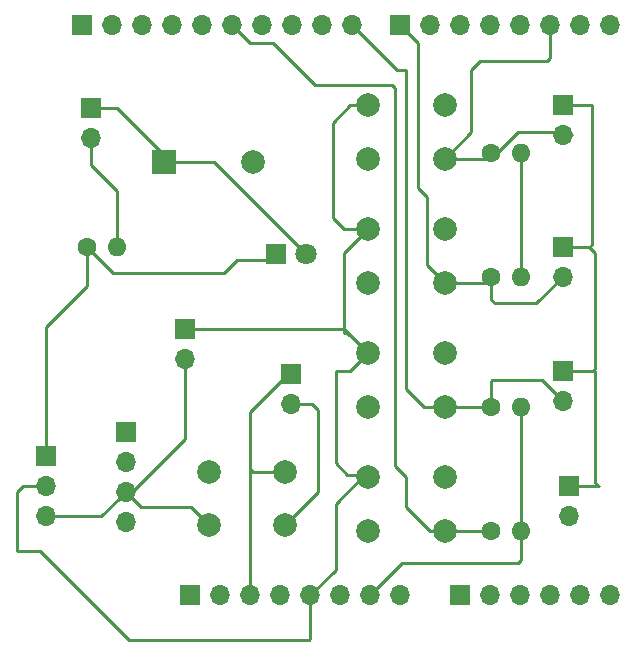
<source format=gbr>
%TF.GenerationSoftware,KiCad,Pcbnew,8.0.8-8.0.8-0~ubuntu24.10.1*%
%TF.CreationDate,2025-03-15T17:44:08-07:00*%
%TF.ProjectId,sailingRegattaTimer,7361696c-696e-4675-9265-676174746154,rev?*%
%TF.SameCoordinates,Original*%
%TF.FileFunction,Copper,L1,Top*%
%TF.FilePolarity,Positive*%
%FSLAX46Y46*%
G04 Gerber Fmt 4.6, Leading zero omitted, Abs format (unit mm)*
G04 Created by KiCad (PCBNEW 8.0.8-8.0.8-0~ubuntu24.10.1) date 2025-03-15 17:44:08*
%MOMM*%
%LPD*%
G01*
G04 APERTURE LIST*
%TA.AperFunction,ComponentPad*%
%ADD10R,1.800000X1.800000*%
%TD*%
%TA.AperFunction,ComponentPad*%
%ADD11C,1.800000*%
%TD*%
%TA.AperFunction,ComponentPad*%
%ADD12R,1.700000X1.700000*%
%TD*%
%TA.AperFunction,ComponentPad*%
%ADD13O,1.700000X1.700000*%
%TD*%
%TA.AperFunction,ComponentPad*%
%ADD14R,2.000000X2.000000*%
%TD*%
%TA.AperFunction,ComponentPad*%
%ADD15C,2.000000*%
%TD*%
%TA.AperFunction,ComponentPad*%
%ADD16C,1.600000*%
%TD*%
%TA.AperFunction,ComponentPad*%
%ADD17O,1.600000X1.600000*%
%TD*%
%TA.AperFunction,Conductor*%
%ADD18C,0.250000*%
%TD*%
G04 APERTURE END LIST*
D10*
%TO.P,D1-LED,1,K*%
%TO.N,Net-(D1-K)*%
X135230000Y-68565000D03*
D11*
%TO.P,D1-LED,2,A*%
%TO.N,/4*%
X137770000Y-68565000D03*
%TD*%
D12*
%TO.P,J1,1,Pin_1*%
%TO.N,unconnected-(J1-Pin_1-Pad1)*%
X127940000Y-97460000D03*
D13*
%TO.P,J1,2,Pin_2*%
%TO.N,/IOREF*%
X130480000Y-97460000D03*
%TO.P,J1,3,Pin_3*%
%TO.N,/~{RESET}*%
X133020000Y-97460000D03*
%TO.P,J1,4,Pin_4*%
%TO.N,+3V3*%
X135560000Y-97460000D03*
%TO.P,J1,5,Pin_5*%
%TO.N,+5V*%
X138100000Y-97460000D03*
%TO.P,J1,6,Pin_6*%
%TO.N,GND*%
X140640000Y-97460000D03*
%TO.P,J1,7,Pin_7*%
X143180000Y-97460000D03*
%TO.P,J1,8,Pin_8*%
%TO.N,VCC*%
X145720000Y-97460000D03*
%TD*%
D12*
%TO.P,J3,1,Pin_1*%
%TO.N,/A0*%
X150800000Y-97460000D03*
D13*
%TO.P,J3,2,Pin_2*%
%TO.N,/A1*%
X153340000Y-97460000D03*
%TO.P,J3,3,Pin_3*%
%TO.N,/A2*%
X155880000Y-97460000D03*
%TO.P,J3,4,Pin_4*%
%TO.N,/A3*%
X158420000Y-97460000D03*
%TO.P,J3,5,Pin_5*%
%TO.N,/SDA{slash}A4*%
X160960000Y-97460000D03*
%TO.P,J3,6,Pin_6*%
%TO.N,/SCL{slash}A5*%
X163500000Y-97460000D03*
%TD*%
D12*
%TO.P,J2,1,Pin_1*%
%TO.N,/SCL{slash}A5*%
X118796000Y-49200000D03*
D13*
%TO.P,J2,2,Pin_2*%
%TO.N,/SDA{slash}A4*%
X121336000Y-49200000D03*
%TO.P,J2,3,Pin_3*%
%TO.N,/AREF*%
X123876000Y-49200000D03*
%TO.P,J2,4,Pin_4*%
%TO.N,GND*%
X126416000Y-49200000D03*
%TO.P,J2,5,Pin_5*%
%TO.N,/13*%
X128956000Y-49200000D03*
%TO.P,J2,6,Pin_6*%
%TO.N,/12*%
X131496000Y-49200000D03*
%TO.P,J2,7,Pin_7*%
%TO.N,/\u002A11*%
X134036000Y-49200000D03*
%TO.P,J2,8,Pin_8*%
%TO.N,/\u002A10*%
X136576000Y-49200000D03*
%TO.P,J2,9,Pin_9*%
%TO.N,/\u002A9*%
X139116000Y-49200000D03*
%TO.P,J2,10,Pin_10*%
%TO.N,/8*%
X141656000Y-49200000D03*
%TD*%
D12*
%TO.P,J4,1,Pin_1*%
%TO.N,/7*%
X145720000Y-49200000D03*
D13*
%TO.P,J4,2,Pin_2*%
%TO.N,/\u002A6*%
X148260000Y-49200000D03*
%TO.P,J4,3,Pin_3*%
%TO.N,/\u002A5*%
X150800000Y-49200000D03*
%TO.P,J4,4,Pin_4*%
%TO.N,/4*%
X153340000Y-49200000D03*
%TO.P,J4,5,Pin_5*%
%TO.N,/\u002A3*%
X155880000Y-49200000D03*
%TO.P,J4,6,Pin_6*%
%TO.N,/2*%
X158420000Y-49200000D03*
%TO.P,J4,7,Pin_7*%
%TO.N,/TX{slash}1*%
X160960000Y-49200000D03*
%TO.P,J4,8,Pin_8*%
%TO.N,/RX{slash}0*%
X163500000Y-49200000D03*
%TD*%
D12*
%TO.P,J5-5v-LED1,1,Pin_1*%
%TO.N,+5V*%
X127500000Y-74960000D03*
D13*
%TO.P,J5-5v-LED1,2,Pin_2*%
%TO.N,GND*%
X127500000Y-77500000D03*
%TD*%
D14*
%TO.P,BZ1,1,+*%
%TO.N,/4*%
X125700000Y-60750000D03*
D15*
%TO.P,BZ1,2,-*%
%TO.N,GND*%
X133300000Y-60750000D03*
%TD*%
%TO.P,SW5-Reset1,1,1*%
%TO.N,/~{RESET}*%
X129500000Y-87000000D03*
X136000000Y-87000000D03*
%TO.P,SW5-Reset1,2,2*%
%TO.N,GND*%
X129500000Y-91500000D03*
X136000000Y-91500000D03*
%TD*%
%TO.P,SW3-Grn-3M1,1,1*%
%TO.N,+5V*%
X143000000Y-77000000D03*
X149500000Y-77000000D03*
%TO.P,SW3-Grn-3M1,2,2*%
%TO.N,/8*%
X143000000Y-81500000D03*
X149500000Y-81500000D03*
%TD*%
%TO.P,SW2-Yel-2M1,1,1*%
%TO.N,+5V*%
X143000000Y-66500000D03*
X149500000Y-66500000D03*
%TO.P,SW2-Yel-2M1,2,2*%
%TO.N,/7*%
X143000000Y-71000000D03*
X149500000Y-71000000D03*
%TD*%
D12*
%TO.P,J7-Ext-Buz1,1,Pin_1*%
%TO.N,/4*%
X119525000Y-56250000D03*
D13*
%TO.P,J7-Ext-Buz1,2,Pin_2*%
%TO.N,GND*%
X119525000Y-58790000D03*
%TD*%
D15*
%TO.P,SW1-Red-1M1,1,1*%
%TO.N,+5V*%
X143000000Y-56000000D03*
X149500000Y-56000000D03*
%TO.P,SW1-Red-1M1,2,2*%
%TO.N,/2*%
X143000000Y-60500000D03*
X149500000Y-60500000D03*
%TD*%
D12*
%TO.P,J3-Grn-3M1,1,Pin_1*%
%TO.N,+5V*%
X159500000Y-78460000D03*
D13*
%TO.P,J3-Grn-3M1,2,Pin_2*%
%TO.N,/8*%
X159500000Y-81000000D03*
%TD*%
D15*
%TO.P,SW4-Blu-5M1,1,1*%
%TO.N,+5V*%
X143000000Y-87500000D03*
X149500000Y-87500000D03*
%TO.P,SW4-Blu-5M1,2,2*%
%TO.N,/12*%
X143000000Y-92000000D03*
X149500000Y-92000000D03*
%TD*%
D16*
%TO.P,R5,1*%
%TO.N,Net-(D1-K)*%
X119210000Y-68000000D03*
D17*
%TO.P,R5,2*%
%TO.N,GND*%
X121750000Y-68000000D03*
%TD*%
D16*
%TO.P,R2,1*%
%TO.N,/7*%
X153455000Y-70500000D03*
D17*
%TO.P,R2,2*%
%TO.N,GND*%
X155995000Y-70500000D03*
%TD*%
D12*
%TO.P,J1-Red-1M1,1,Pin_1*%
%TO.N,+5V*%
X159500000Y-55960000D03*
D13*
%TO.P,J1-Red-1M1,2,Pin_2*%
%TO.N,/2*%
X159500000Y-58500000D03*
%TD*%
D12*
%TO.P,J8-Pololu-VReg1,1,Pin_1*%
%TO.N,unconnected-(J8-Pololu-VReg1-Pin_1-Pad1)*%
X122500000Y-83630000D03*
D13*
%TO.P,J8-Pololu-VReg1,2,Pin_2*%
%TO.N,unconnected-(J8-Pololu-VReg1-Pin_2-Pad2)*%
X122500000Y-86170000D03*
%TO.P,J8-Pololu-VReg1,3,Pin_3*%
%TO.N,GND*%
X122500000Y-88710000D03*
%TO.P,J8-Pololu-VReg1,4,Pin_4*%
%TO.N,VCC*%
X122500000Y-91250000D03*
%TD*%
D12*
%TO.P,J6-Reset1,1,Pin_1*%
%TO.N,/~{RESET}*%
X136500000Y-78710000D03*
D13*
%TO.P,J6-Reset1,2,Pin_2*%
%TO.N,GND*%
X136500000Y-81250000D03*
%TD*%
D16*
%TO.P,R1,1*%
%TO.N,/2*%
X153455000Y-60000000D03*
D17*
%TO.P,R1,2*%
%TO.N,GND*%
X155995000Y-60000000D03*
%TD*%
D12*
%TO.P,J4-Blu-5M1,1,Pin_1*%
%TO.N,+5V*%
X160000000Y-88225000D03*
D13*
%TO.P,J4-Blu-5M1,2,Pin_2*%
%TO.N,/12*%
X160000000Y-90765000D03*
%TD*%
D12*
%TO.P,J9-Relay1,1,Pin_1*%
%TO.N,Net-(D1-K)*%
X115750000Y-85710000D03*
D13*
%TO.P,J9-Relay1,2,Pin_2*%
%TO.N,+5V*%
X115750000Y-88250000D03*
%TO.P,J9-Relay1,3,Pin_3*%
%TO.N,GND*%
X115750000Y-90790000D03*
%TD*%
D16*
%TO.P,R3,1*%
%TO.N,/8*%
X153455000Y-81500000D03*
D17*
%TO.P,R3,2*%
%TO.N,GND*%
X155995000Y-81500000D03*
%TD*%
D12*
%TO.P,J2-Yel-2M1,1,Pin_1*%
%TO.N,+5V*%
X159500000Y-67960000D03*
D13*
%TO.P,J2-Yel-2M1,2,Pin_2*%
%TO.N,/7*%
X159500000Y-70500000D03*
%TD*%
D16*
%TO.P,R4,1*%
%TO.N,/12*%
X153455000Y-92000000D03*
D17*
%TO.P,R4,2*%
%TO.N,GND*%
X155995000Y-92000000D03*
%TD*%
D18*
%TO.N,GND*%
X122500000Y-88710000D02*
X123790000Y-90000000D01*
X123790000Y-90000000D02*
X128000000Y-90000000D01*
X128000000Y-90000000D02*
X129500000Y-91500000D01*
X136500000Y-81250000D02*
X138250000Y-81250000D01*
X138250000Y-81250000D02*
X138750000Y-81750000D01*
X138750000Y-81750000D02*
X138750000Y-88750000D01*
X138750000Y-88750000D02*
X136000000Y-91500000D01*
X127500000Y-77500000D02*
X127500000Y-84250000D01*
X127500000Y-84250000D02*
X123040000Y-88710000D01*
X123040000Y-88710000D02*
X122500000Y-88710000D01*
X155995000Y-92000000D02*
X155995000Y-94495000D01*
X155995000Y-94495000D02*
X155740000Y-94750000D01*
X155740000Y-94750000D02*
X145890000Y-94750000D01*
X145890000Y-94750000D02*
X143180000Y-97460000D01*
%TO.N,Net-(D1-K)*%
X135230000Y-68565000D02*
X134670000Y-69125000D01*
X134670000Y-69125000D02*
X131875000Y-69125000D01*
X131875000Y-69125000D02*
X130800000Y-70200000D01*
X130800000Y-70200000D02*
X121410000Y-70200000D01*
X121410000Y-70200000D02*
X119210000Y-68000000D01*
%TO.N,/4*%
X137770000Y-68565000D02*
X129955000Y-60750000D01*
X129955000Y-60750000D02*
X125700000Y-60750000D01*
%TO.N,GND*%
X127000000Y-78000000D02*
X127500000Y-77500000D01*
X121750000Y-63250000D02*
X121750000Y-68000000D01*
X155995000Y-70500000D02*
X155995000Y-60505000D01*
X155995000Y-60505000D02*
X156500000Y-60000000D01*
X120420000Y-90790000D02*
X122000000Y-89210000D01*
X119525000Y-61025000D02*
X121750000Y-63250000D01*
X155995000Y-92000000D02*
X155995000Y-81500000D01*
X115750000Y-90790000D02*
X120420000Y-90790000D01*
X119525000Y-58790000D02*
X119525000Y-61025000D01*
%TO.N,+5V*%
X141500000Y-78500000D02*
X143000000Y-77000000D01*
X162040000Y-78460000D02*
X162250000Y-78250000D01*
X140250000Y-86250000D02*
X140250000Y-78500000D01*
X140250000Y-89750000D02*
X142500000Y-87500000D01*
X140000000Y-57500000D02*
X141500000Y-56000000D01*
X162250000Y-87950000D02*
X162250000Y-78500000D01*
X141250000Y-75250000D02*
X141000000Y-75250000D01*
X142500000Y-87500000D02*
X143000000Y-87500000D01*
X161790000Y-67960000D02*
X162000000Y-67750000D01*
X115250000Y-93750000D02*
X113250000Y-93750000D01*
X162250000Y-68500000D02*
X161710000Y-67960000D01*
X140960000Y-74960000D02*
X143000000Y-77000000D01*
X140250000Y-95310000D02*
X140250000Y-89750000D01*
X161960000Y-55960000D02*
X160250000Y-55960000D01*
X141500000Y-56000000D02*
X143000000Y-56000000D01*
X113750000Y-88250000D02*
X115750000Y-88250000D01*
X141000000Y-66500000D02*
X140000000Y-65500000D01*
X141000000Y-75250000D02*
X141000000Y-68500000D01*
X161710000Y-67960000D02*
X159500000Y-67960000D01*
X140000000Y-65500000D02*
X140000000Y-57500000D01*
X141250000Y-87250000D02*
X140250000Y-86250000D01*
X138100000Y-97460000D02*
X138100000Y-101150000D01*
X143000000Y-66500000D02*
X141000000Y-66500000D01*
X127500000Y-74960000D02*
X140960000Y-74960000D01*
X122750000Y-101250000D02*
X115250000Y-93750000D01*
X162210000Y-78460000D02*
X159500000Y-78460000D01*
X160000000Y-88225000D02*
X162525000Y-88225000D01*
X162250000Y-78250000D02*
X162250000Y-68500000D01*
X140250000Y-78500000D02*
X141500000Y-78500000D01*
X162000000Y-56000000D02*
X161960000Y-55960000D01*
X142750000Y-87250000D02*
X141250000Y-87250000D01*
X143000000Y-87500000D02*
X142750000Y-87250000D01*
X138000000Y-101250000D02*
X122750000Y-101250000D01*
X162250000Y-78500000D02*
X162210000Y-78460000D01*
X159500000Y-67960000D02*
X161790000Y-67960000D01*
X113250000Y-93750000D02*
X113250000Y-88750000D01*
X162000000Y-67750000D02*
X162000000Y-56000000D01*
X143000000Y-77000000D02*
X141250000Y-75250000D01*
X138100000Y-97460000D02*
X140250000Y-95310000D01*
X113250000Y-88750000D02*
X113750000Y-88250000D01*
X159500000Y-78460000D02*
X162040000Y-78460000D01*
X138100000Y-101150000D02*
X138000000Y-101250000D01*
X162525000Y-88225000D02*
X162250000Y-87950000D01*
X141000000Y-68500000D02*
X143000000Y-66500000D01*
%TO.N,/12*%
X149500000Y-92000000D02*
X153455000Y-92000000D01*
X138500000Y-54250000D02*
X135000000Y-50750000D01*
X146250000Y-90000000D02*
X146250000Y-87500000D01*
X145250000Y-54500000D02*
X145000000Y-54250000D01*
X146250000Y-87500000D02*
X145250000Y-86500000D01*
X149500000Y-92000000D02*
X148250000Y-92000000D01*
X135000000Y-50750000D02*
X133046000Y-50750000D01*
X133046000Y-50750000D02*
X131496000Y-49200000D01*
X148250000Y-92000000D02*
X146250000Y-90000000D01*
X145250000Y-86500000D02*
X145250000Y-54500000D01*
X145000000Y-54250000D02*
X138500000Y-54250000D01*
%TO.N,/7*%
X153750000Y-72750000D02*
X157250000Y-72750000D01*
X147250000Y-50730000D02*
X145720000Y-49200000D01*
X148000000Y-69500000D02*
X148000000Y-63750000D01*
X149500000Y-71000000D02*
X148000000Y-69500000D01*
X148000000Y-63750000D02*
X147250000Y-63000000D01*
X149500000Y-71000000D02*
X153455000Y-71000000D01*
X153455000Y-72455000D02*
X153750000Y-72750000D01*
X157250000Y-72750000D02*
X159500000Y-70500000D01*
X153455000Y-70500000D02*
X153455000Y-72455000D01*
X147250000Y-63000000D02*
X147250000Y-50730000D01*
%TO.N,/4*%
X125700000Y-60750000D02*
X125700000Y-60200000D01*
X125700000Y-60200000D02*
X121750000Y-56250000D01*
X121750000Y-56250000D02*
X119525000Y-56250000D01*
%TO.N,/2*%
X153750000Y-60250000D02*
X153960000Y-60040000D01*
X158170000Y-52250000D02*
X152500000Y-52250000D01*
X152500000Y-52250000D02*
X151750000Y-53000000D01*
X153750000Y-60500000D02*
X153750000Y-60250000D01*
X153960000Y-60000000D02*
X155710000Y-58250000D01*
X151750000Y-53000000D02*
X151750000Y-58250000D01*
X158420000Y-52000000D02*
X158170000Y-52250000D01*
X155710000Y-58250000D02*
X160000000Y-58250000D01*
X158420000Y-49200000D02*
X158420000Y-52000000D01*
X149500000Y-60500000D02*
X153750000Y-60500000D01*
X151750000Y-58250000D02*
X149500000Y-60500000D01*
X160000000Y-58250000D02*
X160250000Y-58500000D01*
%TO.N,/~{RESET}*%
X136000000Y-87000000D02*
X133270000Y-87000000D01*
X133020000Y-81980000D02*
X133020000Y-86750000D01*
X133375000Y-81625000D02*
X133020000Y-81980000D01*
X133270000Y-87000000D02*
X133020000Y-86750000D01*
X136500000Y-78710000D02*
X136710000Y-78710000D01*
X136250000Y-78750000D02*
X133375000Y-81625000D01*
X136710000Y-78710000D02*
X136750000Y-78750000D01*
X133020000Y-86750000D02*
X133020000Y-97460000D01*
%TO.N,/8*%
X153500000Y-79250000D02*
X157750000Y-79250000D01*
X153455000Y-81500000D02*
X153455000Y-79295000D01*
X147750000Y-81500000D02*
X146250000Y-80000000D01*
X145456000Y-53000000D02*
X141656000Y-49200000D01*
X149500000Y-81500000D02*
X147750000Y-81500000D01*
X146250000Y-53000000D02*
X145456000Y-53000000D01*
X146250000Y-80000000D02*
X146250000Y-53000000D01*
X149500000Y-81500000D02*
X153455000Y-81500000D01*
X153455000Y-79295000D02*
X153500000Y-79250000D01*
X157750000Y-79250000D02*
X159500000Y-81000000D01*
%TO.N,Net-(D1-K)*%
X119210000Y-71290000D02*
X115750000Y-74750000D01*
X119210000Y-68000000D02*
X119210000Y-71290000D01*
X115750000Y-74750000D02*
X115750000Y-85710000D01*
%TD*%
M02*

</source>
